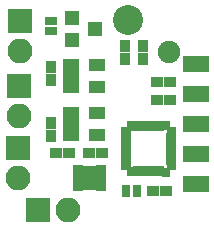
<source format=gts>
G04 #@! TF.FileFunction,Soldermask,Top*
%FSLAX46Y46*%
G04 Gerber Fmt 4.6, Leading zero omitted, Abs format (unit mm)*
G04 Created by KiCad (PCBNEW 4.0.4-stable) date 02/09/17 23:46:16*
%MOMM*%
%LPD*%
G01*
G04 APERTURE LIST*
%ADD10C,0.100000*%
%ADD11R,0.700000X0.800000*%
%ADD12R,0.700000X0.950000*%
%ADD13R,0.800000X0.700000*%
%ADD14R,0.950000X0.700000*%
%ADD15R,0.600000X0.700000*%
%ADD16R,0.700000X0.600000*%
%ADD17R,0.800000X0.600000*%
%ADD18R,0.600000X0.800000*%
%ADD19R,0.900000X1.000000*%
%ADD20R,1.000000X0.900000*%
%ADD21R,1.200100X1.200100*%
%ADD22C,2.540000*%
%ADD23R,2.100000X2.100000*%
%ADD24O,2.100000X2.100000*%
%ADD25C,1.900000*%
%ADD26R,2.200000X1.400000*%
%ADD27R,1.000000X0.800000*%
%ADD28R,0.800000X1.000000*%
%ADD29R,1.460000X1.050000*%
%ADD30R,0.900000X0.650000*%
%ADD31R,1.300000X2.000000*%
%ADD32C,1.000000*%
G04 APERTURE END LIST*
D10*
D11*
X155700000Y-83200000D03*
D12*
X156200000Y-83100000D03*
X156700000Y-83100000D03*
X157200000Y-83100000D03*
X157700000Y-83100000D03*
X158200000Y-83100000D03*
D11*
X158700000Y-83250000D03*
D13*
X159200000Y-82700000D03*
D14*
X159100000Y-82200000D03*
X159100000Y-81700000D03*
X159100000Y-81200000D03*
X159100000Y-80700000D03*
X159100000Y-80200000D03*
D13*
X159200000Y-79700000D03*
D11*
X158700000Y-79150000D03*
D12*
X158200000Y-79300000D03*
X157700000Y-79300000D03*
X157200000Y-79300000D03*
X156700000Y-79300000D03*
X156200000Y-79300000D03*
D11*
X155700000Y-79200000D03*
D13*
X155200000Y-79700000D03*
D14*
X155300000Y-80200000D03*
X155300000Y-80700000D03*
X155300000Y-81200000D03*
X155300000Y-81700000D03*
X155300000Y-82200000D03*
D13*
X155200000Y-82700000D03*
D15*
X155750000Y-83050000D03*
D16*
X155350000Y-82650000D03*
D17*
X159100000Y-82650000D03*
D18*
X158650000Y-83150000D03*
D17*
X159100000Y-79750000D03*
D18*
X158650000Y-79250000D03*
D15*
X155750000Y-79350000D03*
D16*
X155350000Y-79750000D03*
D19*
X156700000Y-73600000D03*
X156700000Y-72500000D03*
X148950000Y-74250000D03*
X148950000Y-75350000D03*
D20*
X157900000Y-77050000D03*
X159000000Y-77050000D03*
X157600000Y-84800000D03*
X158700000Y-84800000D03*
D21*
X150699240Y-70100000D03*
X150699240Y-72000000D03*
X152698220Y-71050000D03*
D22*
X155450000Y-70300000D03*
D23*
X146200000Y-75860000D03*
D24*
X146200000Y-78400000D03*
D23*
X146300000Y-70400000D03*
D24*
X146300000Y-72940000D03*
D25*
X158950000Y-73050000D03*
D26*
X161200000Y-84150000D03*
X161200000Y-76530000D03*
X161200000Y-79070000D03*
X161200000Y-73990000D03*
X161200000Y-81610000D03*
D23*
X146100000Y-81160000D03*
D24*
X146100000Y-83700000D03*
D27*
X148950000Y-71250000D03*
X148950000Y-70350000D03*
D28*
X155300000Y-84800000D03*
X156200000Y-84800000D03*
D20*
X157900000Y-75550000D03*
X159000000Y-75550000D03*
D19*
X148950000Y-80100000D03*
X148950000Y-79000000D03*
D29*
X150600000Y-74100000D03*
X150600000Y-75050000D03*
X150600000Y-76000000D03*
X152800000Y-76000000D03*
X152800000Y-74100000D03*
D19*
X155200000Y-73600000D03*
X155200000Y-72500000D03*
D29*
X150600000Y-78150000D03*
X150600000Y-79100000D03*
X150600000Y-80050000D03*
X152800000Y-80050000D03*
X152800000Y-78150000D03*
D20*
X149400000Y-81550000D03*
X150500000Y-81550000D03*
X153250000Y-81550000D03*
X152150000Y-81550000D03*
D23*
X147860000Y-86400000D03*
D24*
X150400000Y-86400000D03*
D30*
X153155094Y-82947724D03*
X153155094Y-83447724D03*
X153155094Y-83947724D03*
X153155094Y-84447724D03*
X151255094Y-84447724D03*
X151255094Y-83447724D03*
X151255094Y-83947724D03*
X151255094Y-82947724D03*
D31*
X152205094Y-83700000D03*
D32*
X152200000Y-83350000D03*
X152200000Y-84050000D03*
M02*

</source>
